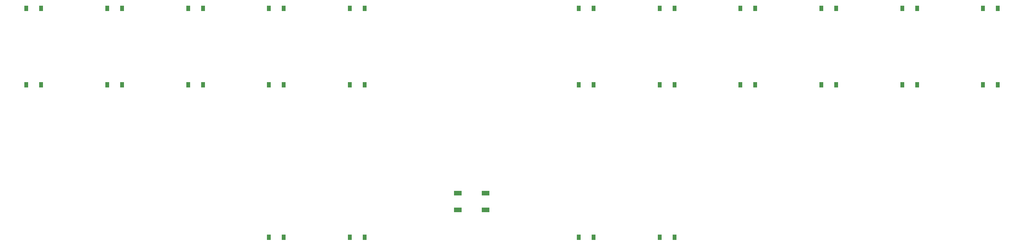
<source format=gbr>
%TF.GenerationSoftware,KiCad,Pcbnew,9.0.0*%
%TF.CreationDate,2025-03-09T18:38:06+01:00*%
%TF.ProjectId,pcb,7063622e-6b69-4636-9164-5f7063625858,v1.0.0*%
%TF.SameCoordinates,Original*%
%TF.FileFunction,Paste,Top*%
%TF.FilePolarity,Positive*%
%FSLAX46Y46*%
G04 Gerber Fmt 4.6, Leading zero omitted, Abs format (unit mm)*
G04 Created by KiCad (PCBNEW 9.0.0) date 2025-03-09 18:38:06*
%MOMM*%
%LPD*%
G01*
G04 APERTURE LIST*
%ADD10R,1.800000X1.100000*%
%ADD11R,0.900000X1.200000*%
G04 APERTURE END LIST*
D10*
%TO.C,B1*%
X200600000Y-132850000D03*
X194400000Y-132850000D03*
X200600000Y-129150000D03*
X194400000Y-129150000D03*
%TD*%
D11*
%TO.C,D7*%
X152350000Y-105000000D03*
X155650000Y-105000000D03*
%TD*%
%TO.C,D14*%
X239350000Y-88000000D03*
X242650000Y-88000000D03*
%TD*%
%TO.C,D18*%
X275350000Y-88000000D03*
X278650000Y-88000000D03*
%TD*%
%TO.C,D3*%
X116350000Y-105000000D03*
X119650000Y-105000000D03*
%TD*%
%TO.C,D6*%
X134350000Y-88000000D03*
X137650000Y-88000000D03*
%TD*%
%TO.C,D23*%
X152350000Y-139000000D03*
X155650000Y-139000000D03*
%TD*%
%TO.C,D17*%
X275350000Y-105000000D03*
X278650000Y-105000000D03*
%TD*%
%TO.C,D2*%
X98350000Y-88000000D03*
X101650000Y-88000000D03*
%TD*%
%TO.C,D16*%
X257350000Y-88000000D03*
X260650000Y-88000000D03*
%TD*%
%TO.C,D11*%
X221350000Y-105000000D03*
X224650000Y-105000000D03*
%TD*%
%TO.C,D25*%
X221350000Y-139000000D03*
X224650000Y-139000000D03*
%TD*%
%TO.C,D21*%
X311350000Y-105000000D03*
X314650000Y-105000000D03*
%TD*%
%TO.C,D26*%
X239350000Y-139000000D03*
X242650000Y-139000000D03*
%TD*%
%TO.C,D22*%
X311350000Y-88000000D03*
X314650000Y-88000000D03*
%TD*%
%TO.C,D9*%
X170350000Y-105000000D03*
X173650000Y-105000000D03*
%TD*%
%TO.C,D10*%
X170350000Y-88000000D03*
X173650000Y-88000000D03*
%TD*%
%TO.C,D20*%
X293350000Y-88000000D03*
X296650000Y-88000000D03*
%TD*%
%TO.C,D13*%
X239350000Y-105000000D03*
X242650000Y-105000000D03*
%TD*%
%TO.C,D5*%
X134350000Y-105000000D03*
X137650000Y-105000000D03*
%TD*%
%TO.C,D4*%
X116350000Y-88000000D03*
X119650000Y-88000000D03*
%TD*%
%TO.C,D24*%
X170350000Y-139000000D03*
X173650000Y-139000000D03*
%TD*%
%TO.C,D12*%
X221350000Y-88000000D03*
X224650000Y-88000000D03*
%TD*%
%TO.C,D19*%
X293350000Y-105000000D03*
X296650000Y-105000000D03*
%TD*%
%TO.C,D8*%
X152350000Y-88000000D03*
X155650000Y-88000000D03*
%TD*%
%TO.C,D1*%
X98350000Y-105000000D03*
X101650000Y-105000000D03*
%TD*%
%TO.C,D15*%
X257350000Y-105000000D03*
X260650000Y-105000000D03*
%TD*%
M02*

</source>
